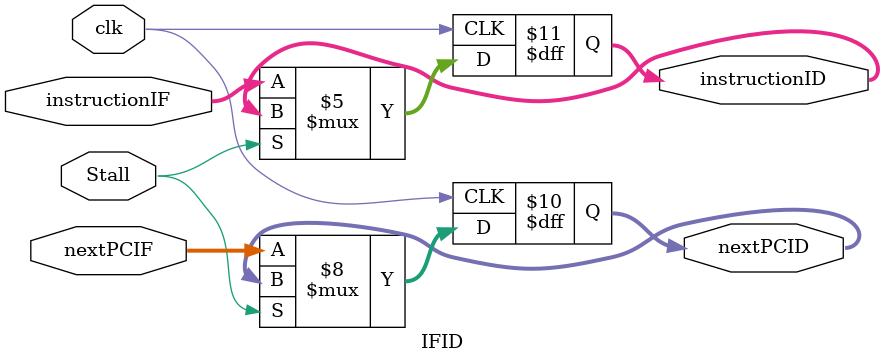
<source format=v>
module IFID(clk,instructionIF,nextPCIF,instructionID,nextPCID,Stall);
input clk,Stall;
input[31:0]instructionIF,nextPCIF;
output[31:0]nextPCID,instructionID;
reg [31:0]nextPCID,instructionID;
initial
begin
   instructionID=32'b0;
end
always@(posedge clk)begin
    //#0.1 delay
    if(!Stall)begin
        nextPCID=nextPCIF;
        instructionID=instructionIF;
    end
end
endmodule
</source>
